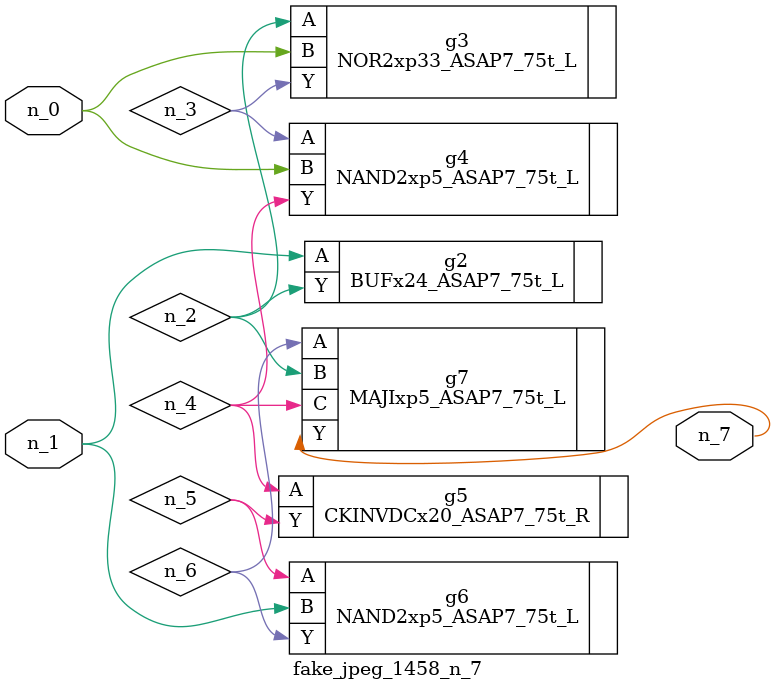
<source format=v>
module fake_jpeg_1458_n_7 (n_0, n_1, n_7);

input n_0;
input n_1;

output n_7;

wire n_2;
wire n_3;
wire n_4;
wire n_6;
wire n_5;

BUFx24_ASAP7_75t_L g2 ( 
.A(n_1),
.Y(n_2)
);

NOR2xp33_ASAP7_75t_L g3 ( 
.A(n_2),
.B(n_0),
.Y(n_3)
);

NAND2xp5_ASAP7_75t_L g4 ( 
.A(n_3),
.B(n_0),
.Y(n_4)
);

CKINVDCx20_ASAP7_75t_R g5 ( 
.A(n_4),
.Y(n_5)
);

NAND2xp5_ASAP7_75t_L g6 ( 
.A(n_5),
.B(n_1),
.Y(n_6)
);

MAJIxp5_ASAP7_75t_L g7 ( 
.A(n_6),
.B(n_2),
.C(n_4),
.Y(n_7)
);


endmodule
</source>
